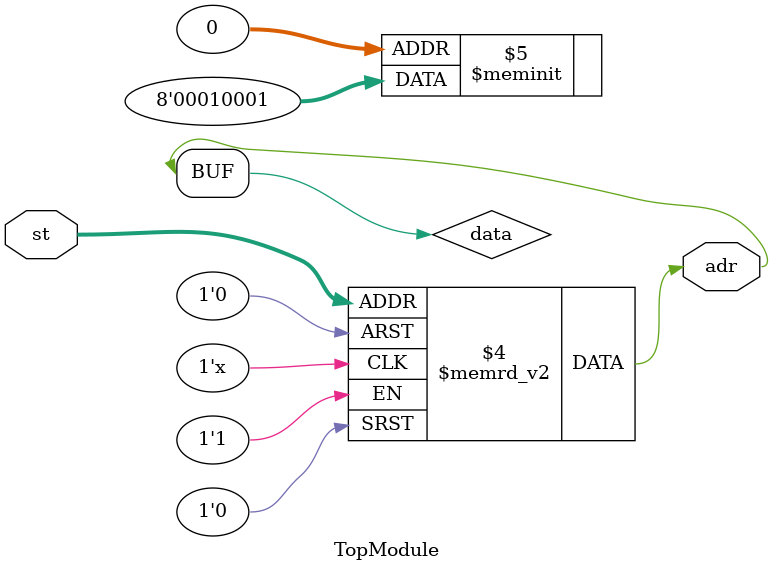
<source format=v>
module TopModule(st, adr);
input [2:0] st;
	output adr;			/* adr = 0:An, 1:Mn */
	
	reg data;
	
	assign adr = data;
	
	always @ ( st )
		begin
			case( st )
				3'b000: data = 1'b1;
				3'b001: data = 1'b0;
				3'b010: data = 1'b0;
				3'b011: data = 1'b0;
				3'b100: data = 1'b1;
				3'b101: data = 1'b0;
				3'b110: data = 1'b0;
				3'b111: data = 1'b0;
				default: data = 1'b0;
			endcase
		end
	
endmodule

</source>
